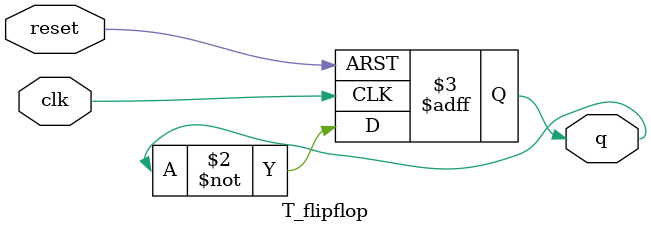
<source format=v>
module bitripplecounter (
    input clk,        // Clock input
    input reset,      // Asynchronous reset
    output [3:0] q    // 4-bit output
);
    // Internal flip-flop connections
    T_flipflop t0 (.clk(clk),     .reset(reset), .q(q[0]));
    T_flipflop t1 (.clk(q[0]),    .reset(reset), .q(q[1]));
    T_flipflop t2 (.clk(q[1]),    .reset(reset), .q(q[2]));
    T_flipflop t3 (.clk(q[2]),    .reset(reset), .q(q[3]));
endmodule

// T Flip-Flop module
module T_flipflop (
    input clk,
    input reset,
    output reg q
);
    always @(negedge clk or posedge reset) begin
        if (reset)
            q <= 1'b0;
        else
            q <= ~q;  // Toggle output on each clock pulse
    end
endmodule

</source>
